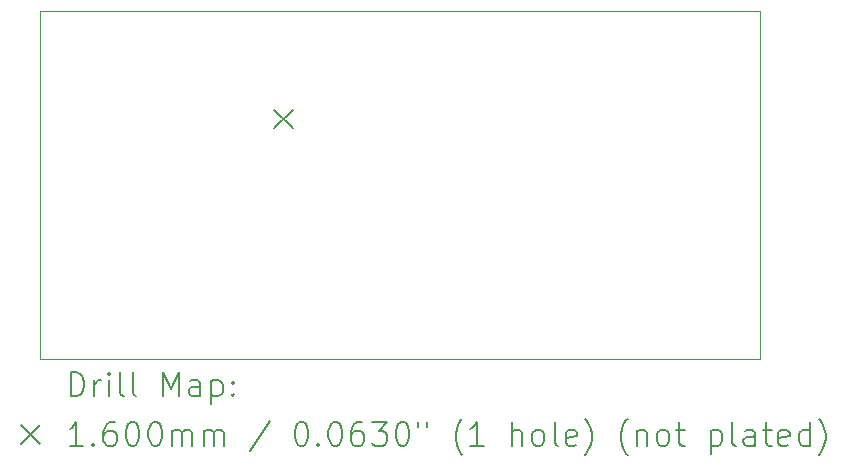
<source format=gbr>
%TF.GenerationSoftware,KiCad,Pcbnew,8.0.2*%
%TF.CreationDate,2024-06-13T18:35:17+05:30*%
%TF.ProjectId,FAC,4641432e-6b69-4636-9164-5f7063625858,rev?*%
%TF.SameCoordinates,Original*%
%TF.FileFunction,Drillmap*%
%TF.FilePolarity,Positive*%
%FSLAX45Y45*%
G04 Gerber Fmt 4.5, Leading zero omitted, Abs format (unit mm)*
G04 Created by KiCad (PCBNEW 8.0.2) date 2024-06-13 18:35:17*
%MOMM*%
%LPD*%
G01*
G04 APERTURE LIST*
%ADD10C,0.050000*%
%ADD11C,0.200000*%
%ADD12C,0.160000*%
G04 APERTURE END LIST*
D10*
X12585700Y-7620000D02*
X18681700Y-7620000D01*
X18681700Y-10566400D01*
X12585700Y-10566400D01*
X12585700Y-7620000D01*
D11*
D12*
X14563100Y-8454400D02*
X14723100Y-8614400D01*
X14723100Y-8454400D02*
X14563100Y-8614400D01*
D11*
X12843977Y-10880384D02*
X12843977Y-10680384D01*
X12843977Y-10680384D02*
X12891596Y-10680384D01*
X12891596Y-10680384D02*
X12920167Y-10689908D01*
X12920167Y-10689908D02*
X12939215Y-10708955D01*
X12939215Y-10708955D02*
X12948739Y-10728003D01*
X12948739Y-10728003D02*
X12958262Y-10766098D01*
X12958262Y-10766098D02*
X12958262Y-10794670D01*
X12958262Y-10794670D02*
X12948739Y-10832765D01*
X12948739Y-10832765D02*
X12939215Y-10851812D01*
X12939215Y-10851812D02*
X12920167Y-10870860D01*
X12920167Y-10870860D02*
X12891596Y-10880384D01*
X12891596Y-10880384D02*
X12843977Y-10880384D01*
X13043977Y-10880384D02*
X13043977Y-10747050D01*
X13043977Y-10785146D02*
X13053501Y-10766098D01*
X13053501Y-10766098D02*
X13063024Y-10756574D01*
X13063024Y-10756574D02*
X13082072Y-10747050D01*
X13082072Y-10747050D02*
X13101120Y-10747050D01*
X13167786Y-10880384D02*
X13167786Y-10747050D01*
X13167786Y-10680384D02*
X13158262Y-10689908D01*
X13158262Y-10689908D02*
X13167786Y-10699431D01*
X13167786Y-10699431D02*
X13177310Y-10689908D01*
X13177310Y-10689908D02*
X13167786Y-10680384D01*
X13167786Y-10680384D02*
X13167786Y-10699431D01*
X13291596Y-10880384D02*
X13272548Y-10870860D01*
X13272548Y-10870860D02*
X13263024Y-10851812D01*
X13263024Y-10851812D02*
X13263024Y-10680384D01*
X13396358Y-10880384D02*
X13377310Y-10870860D01*
X13377310Y-10870860D02*
X13367786Y-10851812D01*
X13367786Y-10851812D02*
X13367786Y-10680384D01*
X13624929Y-10880384D02*
X13624929Y-10680384D01*
X13624929Y-10680384D02*
X13691596Y-10823241D01*
X13691596Y-10823241D02*
X13758262Y-10680384D01*
X13758262Y-10680384D02*
X13758262Y-10880384D01*
X13939215Y-10880384D02*
X13939215Y-10775622D01*
X13939215Y-10775622D02*
X13929691Y-10756574D01*
X13929691Y-10756574D02*
X13910643Y-10747050D01*
X13910643Y-10747050D02*
X13872548Y-10747050D01*
X13872548Y-10747050D02*
X13853501Y-10756574D01*
X13939215Y-10870860D02*
X13920167Y-10880384D01*
X13920167Y-10880384D02*
X13872548Y-10880384D01*
X13872548Y-10880384D02*
X13853501Y-10870860D01*
X13853501Y-10870860D02*
X13843977Y-10851812D01*
X13843977Y-10851812D02*
X13843977Y-10832765D01*
X13843977Y-10832765D02*
X13853501Y-10813717D01*
X13853501Y-10813717D02*
X13872548Y-10804193D01*
X13872548Y-10804193D02*
X13920167Y-10804193D01*
X13920167Y-10804193D02*
X13939215Y-10794670D01*
X14034453Y-10747050D02*
X14034453Y-10947050D01*
X14034453Y-10756574D02*
X14053501Y-10747050D01*
X14053501Y-10747050D02*
X14091596Y-10747050D01*
X14091596Y-10747050D02*
X14110643Y-10756574D01*
X14110643Y-10756574D02*
X14120167Y-10766098D01*
X14120167Y-10766098D02*
X14129691Y-10785146D01*
X14129691Y-10785146D02*
X14129691Y-10842289D01*
X14129691Y-10842289D02*
X14120167Y-10861336D01*
X14120167Y-10861336D02*
X14110643Y-10870860D01*
X14110643Y-10870860D02*
X14091596Y-10880384D01*
X14091596Y-10880384D02*
X14053501Y-10880384D01*
X14053501Y-10880384D02*
X14034453Y-10870860D01*
X14215405Y-10861336D02*
X14224929Y-10870860D01*
X14224929Y-10870860D02*
X14215405Y-10880384D01*
X14215405Y-10880384D02*
X14205882Y-10870860D01*
X14205882Y-10870860D02*
X14215405Y-10861336D01*
X14215405Y-10861336D02*
X14215405Y-10880384D01*
X14215405Y-10756574D02*
X14224929Y-10766098D01*
X14224929Y-10766098D02*
X14215405Y-10775622D01*
X14215405Y-10775622D02*
X14205882Y-10766098D01*
X14205882Y-10766098D02*
X14215405Y-10756574D01*
X14215405Y-10756574D02*
X14215405Y-10775622D01*
D12*
X12423200Y-11128900D02*
X12583200Y-11288900D01*
X12583200Y-11128900D02*
X12423200Y-11288900D01*
D11*
X12948739Y-11300384D02*
X12834453Y-11300384D01*
X12891596Y-11300384D02*
X12891596Y-11100384D01*
X12891596Y-11100384D02*
X12872548Y-11128955D01*
X12872548Y-11128955D02*
X12853501Y-11148003D01*
X12853501Y-11148003D02*
X12834453Y-11157527D01*
X13034453Y-11281336D02*
X13043977Y-11290860D01*
X13043977Y-11290860D02*
X13034453Y-11300384D01*
X13034453Y-11300384D02*
X13024929Y-11290860D01*
X13024929Y-11290860D02*
X13034453Y-11281336D01*
X13034453Y-11281336D02*
X13034453Y-11300384D01*
X13215405Y-11100384D02*
X13177310Y-11100384D01*
X13177310Y-11100384D02*
X13158262Y-11109908D01*
X13158262Y-11109908D02*
X13148739Y-11119431D01*
X13148739Y-11119431D02*
X13129691Y-11148003D01*
X13129691Y-11148003D02*
X13120167Y-11186098D01*
X13120167Y-11186098D02*
X13120167Y-11262288D01*
X13120167Y-11262288D02*
X13129691Y-11281336D01*
X13129691Y-11281336D02*
X13139215Y-11290860D01*
X13139215Y-11290860D02*
X13158262Y-11300384D01*
X13158262Y-11300384D02*
X13196358Y-11300384D01*
X13196358Y-11300384D02*
X13215405Y-11290860D01*
X13215405Y-11290860D02*
X13224929Y-11281336D01*
X13224929Y-11281336D02*
X13234453Y-11262288D01*
X13234453Y-11262288D02*
X13234453Y-11214669D01*
X13234453Y-11214669D02*
X13224929Y-11195622D01*
X13224929Y-11195622D02*
X13215405Y-11186098D01*
X13215405Y-11186098D02*
X13196358Y-11176574D01*
X13196358Y-11176574D02*
X13158262Y-11176574D01*
X13158262Y-11176574D02*
X13139215Y-11186098D01*
X13139215Y-11186098D02*
X13129691Y-11195622D01*
X13129691Y-11195622D02*
X13120167Y-11214669D01*
X13358262Y-11100384D02*
X13377310Y-11100384D01*
X13377310Y-11100384D02*
X13396358Y-11109908D01*
X13396358Y-11109908D02*
X13405882Y-11119431D01*
X13405882Y-11119431D02*
X13415405Y-11138479D01*
X13415405Y-11138479D02*
X13424929Y-11176574D01*
X13424929Y-11176574D02*
X13424929Y-11224193D01*
X13424929Y-11224193D02*
X13415405Y-11262288D01*
X13415405Y-11262288D02*
X13405882Y-11281336D01*
X13405882Y-11281336D02*
X13396358Y-11290860D01*
X13396358Y-11290860D02*
X13377310Y-11300384D01*
X13377310Y-11300384D02*
X13358262Y-11300384D01*
X13358262Y-11300384D02*
X13339215Y-11290860D01*
X13339215Y-11290860D02*
X13329691Y-11281336D01*
X13329691Y-11281336D02*
X13320167Y-11262288D01*
X13320167Y-11262288D02*
X13310643Y-11224193D01*
X13310643Y-11224193D02*
X13310643Y-11176574D01*
X13310643Y-11176574D02*
X13320167Y-11138479D01*
X13320167Y-11138479D02*
X13329691Y-11119431D01*
X13329691Y-11119431D02*
X13339215Y-11109908D01*
X13339215Y-11109908D02*
X13358262Y-11100384D01*
X13548739Y-11100384D02*
X13567786Y-11100384D01*
X13567786Y-11100384D02*
X13586834Y-11109908D01*
X13586834Y-11109908D02*
X13596358Y-11119431D01*
X13596358Y-11119431D02*
X13605882Y-11138479D01*
X13605882Y-11138479D02*
X13615405Y-11176574D01*
X13615405Y-11176574D02*
X13615405Y-11224193D01*
X13615405Y-11224193D02*
X13605882Y-11262288D01*
X13605882Y-11262288D02*
X13596358Y-11281336D01*
X13596358Y-11281336D02*
X13586834Y-11290860D01*
X13586834Y-11290860D02*
X13567786Y-11300384D01*
X13567786Y-11300384D02*
X13548739Y-11300384D01*
X13548739Y-11300384D02*
X13529691Y-11290860D01*
X13529691Y-11290860D02*
X13520167Y-11281336D01*
X13520167Y-11281336D02*
X13510643Y-11262288D01*
X13510643Y-11262288D02*
X13501120Y-11224193D01*
X13501120Y-11224193D02*
X13501120Y-11176574D01*
X13501120Y-11176574D02*
X13510643Y-11138479D01*
X13510643Y-11138479D02*
X13520167Y-11119431D01*
X13520167Y-11119431D02*
X13529691Y-11109908D01*
X13529691Y-11109908D02*
X13548739Y-11100384D01*
X13701120Y-11300384D02*
X13701120Y-11167050D01*
X13701120Y-11186098D02*
X13710643Y-11176574D01*
X13710643Y-11176574D02*
X13729691Y-11167050D01*
X13729691Y-11167050D02*
X13758263Y-11167050D01*
X13758263Y-11167050D02*
X13777310Y-11176574D01*
X13777310Y-11176574D02*
X13786834Y-11195622D01*
X13786834Y-11195622D02*
X13786834Y-11300384D01*
X13786834Y-11195622D02*
X13796358Y-11176574D01*
X13796358Y-11176574D02*
X13815405Y-11167050D01*
X13815405Y-11167050D02*
X13843977Y-11167050D01*
X13843977Y-11167050D02*
X13863024Y-11176574D01*
X13863024Y-11176574D02*
X13872548Y-11195622D01*
X13872548Y-11195622D02*
X13872548Y-11300384D01*
X13967786Y-11300384D02*
X13967786Y-11167050D01*
X13967786Y-11186098D02*
X13977310Y-11176574D01*
X13977310Y-11176574D02*
X13996358Y-11167050D01*
X13996358Y-11167050D02*
X14024929Y-11167050D01*
X14024929Y-11167050D02*
X14043977Y-11176574D01*
X14043977Y-11176574D02*
X14053501Y-11195622D01*
X14053501Y-11195622D02*
X14053501Y-11300384D01*
X14053501Y-11195622D02*
X14063024Y-11176574D01*
X14063024Y-11176574D02*
X14082072Y-11167050D01*
X14082072Y-11167050D02*
X14110643Y-11167050D01*
X14110643Y-11167050D02*
X14129691Y-11176574D01*
X14129691Y-11176574D02*
X14139215Y-11195622D01*
X14139215Y-11195622D02*
X14139215Y-11300384D01*
X14529691Y-11090860D02*
X14358263Y-11348003D01*
X14786834Y-11100384D02*
X14805882Y-11100384D01*
X14805882Y-11100384D02*
X14824929Y-11109908D01*
X14824929Y-11109908D02*
X14834453Y-11119431D01*
X14834453Y-11119431D02*
X14843977Y-11138479D01*
X14843977Y-11138479D02*
X14853501Y-11176574D01*
X14853501Y-11176574D02*
X14853501Y-11224193D01*
X14853501Y-11224193D02*
X14843977Y-11262288D01*
X14843977Y-11262288D02*
X14834453Y-11281336D01*
X14834453Y-11281336D02*
X14824929Y-11290860D01*
X14824929Y-11290860D02*
X14805882Y-11300384D01*
X14805882Y-11300384D02*
X14786834Y-11300384D01*
X14786834Y-11300384D02*
X14767786Y-11290860D01*
X14767786Y-11290860D02*
X14758263Y-11281336D01*
X14758263Y-11281336D02*
X14748739Y-11262288D01*
X14748739Y-11262288D02*
X14739215Y-11224193D01*
X14739215Y-11224193D02*
X14739215Y-11176574D01*
X14739215Y-11176574D02*
X14748739Y-11138479D01*
X14748739Y-11138479D02*
X14758263Y-11119431D01*
X14758263Y-11119431D02*
X14767786Y-11109908D01*
X14767786Y-11109908D02*
X14786834Y-11100384D01*
X14939215Y-11281336D02*
X14948739Y-11290860D01*
X14948739Y-11290860D02*
X14939215Y-11300384D01*
X14939215Y-11300384D02*
X14929691Y-11290860D01*
X14929691Y-11290860D02*
X14939215Y-11281336D01*
X14939215Y-11281336D02*
X14939215Y-11300384D01*
X15072548Y-11100384D02*
X15091596Y-11100384D01*
X15091596Y-11100384D02*
X15110644Y-11109908D01*
X15110644Y-11109908D02*
X15120167Y-11119431D01*
X15120167Y-11119431D02*
X15129691Y-11138479D01*
X15129691Y-11138479D02*
X15139215Y-11176574D01*
X15139215Y-11176574D02*
X15139215Y-11224193D01*
X15139215Y-11224193D02*
X15129691Y-11262288D01*
X15129691Y-11262288D02*
X15120167Y-11281336D01*
X15120167Y-11281336D02*
X15110644Y-11290860D01*
X15110644Y-11290860D02*
X15091596Y-11300384D01*
X15091596Y-11300384D02*
X15072548Y-11300384D01*
X15072548Y-11300384D02*
X15053501Y-11290860D01*
X15053501Y-11290860D02*
X15043977Y-11281336D01*
X15043977Y-11281336D02*
X15034453Y-11262288D01*
X15034453Y-11262288D02*
X15024929Y-11224193D01*
X15024929Y-11224193D02*
X15024929Y-11176574D01*
X15024929Y-11176574D02*
X15034453Y-11138479D01*
X15034453Y-11138479D02*
X15043977Y-11119431D01*
X15043977Y-11119431D02*
X15053501Y-11109908D01*
X15053501Y-11109908D02*
X15072548Y-11100384D01*
X15310644Y-11100384D02*
X15272548Y-11100384D01*
X15272548Y-11100384D02*
X15253501Y-11109908D01*
X15253501Y-11109908D02*
X15243977Y-11119431D01*
X15243977Y-11119431D02*
X15224929Y-11148003D01*
X15224929Y-11148003D02*
X15215406Y-11186098D01*
X15215406Y-11186098D02*
X15215406Y-11262288D01*
X15215406Y-11262288D02*
X15224929Y-11281336D01*
X15224929Y-11281336D02*
X15234453Y-11290860D01*
X15234453Y-11290860D02*
X15253501Y-11300384D01*
X15253501Y-11300384D02*
X15291596Y-11300384D01*
X15291596Y-11300384D02*
X15310644Y-11290860D01*
X15310644Y-11290860D02*
X15320167Y-11281336D01*
X15320167Y-11281336D02*
X15329691Y-11262288D01*
X15329691Y-11262288D02*
X15329691Y-11214669D01*
X15329691Y-11214669D02*
X15320167Y-11195622D01*
X15320167Y-11195622D02*
X15310644Y-11186098D01*
X15310644Y-11186098D02*
X15291596Y-11176574D01*
X15291596Y-11176574D02*
X15253501Y-11176574D01*
X15253501Y-11176574D02*
X15234453Y-11186098D01*
X15234453Y-11186098D02*
X15224929Y-11195622D01*
X15224929Y-11195622D02*
X15215406Y-11214669D01*
X15396358Y-11100384D02*
X15520167Y-11100384D01*
X15520167Y-11100384D02*
X15453501Y-11176574D01*
X15453501Y-11176574D02*
X15482072Y-11176574D01*
X15482072Y-11176574D02*
X15501120Y-11186098D01*
X15501120Y-11186098D02*
X15510644Y-11195622D01*
X15510644Y-11195622D02*
X15520167Y-11214669D01*
X15520167Y-11214669D02*
X15520167Y-11262288D01*
X15520167Y-11262288D02*
X15510644Y-11281336D01*
X15510644Y-11281336D02*
X15501120Y-11290860D01*
X15501120Y-11290860D02*
X15482072Y-11300384D01*
X15482072Y-11300384D02*
X15424929Y-11300384D01*
X15424929Y-11300384D02*
X15405882Y-11290860D01*
X15405882Y-11290860D02*
X15396358Y-11281336D01*
X15643977Y-11100384D02*
X15663025Y-11100384D01*
X15663025Y-11100384D02*
X15682072Y-11109908D01*
X15682072Y-11109908D02*
X15691596Y-11119431D01*
X15691596Y-11119431D02*
X15701120Y-11138479D01*
X15701120Y-11138479D02*
X15710644Y-11176574D01*
X15710644Y-11176574D02*
X15710644Y-11224193D01*
X15710644Y-11224193D02*
X15701120Y-11262288D01*
X15701120Y-11262288D02*
X15691596Y-11281336D01*
X15691596Y-11281336D02*
X15682072Y-11290860D01*
X15682072Y-11290860D02*
X15663025Y-11300384D01*
X15663025Y-11300384D02*
X15643977Y-11300384D01*
X15643977Y-11300384D02*
X15624929Y-11290860D01*
X15624929Y-11290860D02*
X15615406Y-11281336D01*
X15615406Y-11281336D02*
X15605882Y-11262288D01*
X15605882Y-11262288D02*
X15596358Y-11224193D01*
X15596358Y-11224193D02*
X15596358Y-11176574D01*
X15596358Y-11176574D02*
X15605882Y-11138479D01*
X15605882Y-11138479D02*
X15615406Y-11119431D01*
X15615406Y-11119431D02*
X15624929Y-11109908D01*
X15624929Y-11109908D02*
X15643977Y-11100384D01*
X15786834Y-11100384D02*
X15786834Y-11138479D01*
X15863025Y-11100384D02*
X15863025Y-11138479D01*
X16158263Y-11376574D02*
X16148739Y-11367050D01*
X16148739Y-11367050D02*
X16129691Y-11338479D01*
X16129691Y-11338479D02*
X16120168Y-11319431D01*
X16120168Y-11319431D02*
X16110644Y-11290860D01*
X16110644Y-11290860D02*
X16101120Y-11243241D01*
X16101120Y-11243241D02*
X16101120Y-11205146D01*
X16101120Y-11205146D02*
X16110644Y-11157527D01*
X16110644Y-11157527D02*
X16120168Y-11128955D01*
X16120168Y-11128955D02*
X16129691Y-11109908D01*
X16129691Y-11109908D02*
X16148739Y-11081336D01*
X16148739Y-11081336D02*
X16158263Y-11071812D01*
X16339215Y-11300384D02*
X16224929Y-11300384D01*
X16282072Y-11300384D02*
X16282072Y-11100384D01*
X16282072Y-11100384D02*
X16263025Y-11128955D01*
X16263025Y-11128955D02*
X16243977Y-11148003D01*
X16243977Y-11148003D02*
X16224929Y-11157527D01*
X16577310Y-11300384D02*
X16577310Y-11100384D01*
X16663025Y-11300384D02*
X16663025Y-11195622D01*
X16663025Y-11195622D02*
X16653501Y-11176574D01*
X16653501Y-11176574D02*
X16634453Y-11167050D01*
X16634453Y-11167050D02*
X16605882Y-11167050D01*
X16605882Y-11167050D02*
X16586834Y-11176574D01*
X16586834Y-11176574D02*
X16577310Y-11186098D01*
X16786834Y-11300384D02*
X16767787Y-11290860D01*
X16767787Y-11290860D02*
X16758263Y-11281336D01*
X16758263Y-11281336D02*
X16748739Y-11262288D01*
X16748739Y-11262288D02*
X16748739Y-11205146D01*
X16748739Y-11205146D02*
X16758263Y-11186098D01*
X16758263Y-11186098D02*
X16767787Y-11176574D01*
X16767787Y-11176574D02*
X16786834Y-11167050D01*
X16786834Y-11167050D02*
X16815406Y-11167050D01*
X16815406Y-11167050D02*
X16834453Y-11176574D01*
X16834453Y-11176574D02*
X16843977Y-11186098D01*
X16843977Y-11186098D02*
X16853501Y-11205146D01*
X16853501Y-11205146D02*
X16853501Y-11262288D01*
X16853501Y-11262288D02*
X16843977Y-11281336D01*
X16843977Y-11281336D02*
X16834453Y-11290860D01*
X16834453Y-11290860D02*
X16815406Y-11300384D01*
X16815406Y-11300384D02*
X16786834Y-11300384D01*
X16967787Y-11300384D02*
X16948739Y-11290860D01*
X16948739Y-11290860D02*
X16939215Y-11271812D01*
X16939215Y-11271812D02*
X16939215Y-11100384D01*
X17120168Y-11290860D02*
X17101120Y-11300384D01*
X17101120Y-11300384D02*
X17063025Y-11300384D01*
X17063025Y-11300384D02*
X17043977Y-11290860D01*
X17043977Y-11290860D02*
X17034453Y-11271812D01*
X17034453Y-11271812D02*
X17034453Y-11195622D01*
X17034453Y-11195622D02*
X17043977Y-11176574D01*
X17043977Y-11176574D02*
X17063025Y-11167050D01*
X17063025Y-11167050D02*
X17101120Y-11167050D01*
X17101120Y-11167050D02*
X17120168Y-11176574D01*
X17120168Y-11176574D02*
X17129692Y-11195622D01*
X17129692Y-11195622D02*
X17129692Y-11214669D01*
X17129692Y-11214669D02*
X17034453Y-11233717D01*
X17196358Y-11376574D02*
X17205882Y-11367050D01*
X17205882Y-11367050D02*
X17224930Y-11338479D01*
X17224930Y-11338479D02*
X17234453Y-11319431D01*
X17234453Y-11319431D02*
X17243977Y-11290860D01*
X17243977Y-11290860D02*
X17253501Y-11243241D01*
X17253501Y-11243241D02*
X17253501Y-11205146D01*
X17253501Y-11205146D02*
X17243977Y-11157527D01*
X17243977Y-11157527D02*
X17234453Y-11128955D01*
X17234453Y-11128955D02*
X17224930Y-11109908D01*
X17224930Y-11109908D02*
X17205882Y-11081336D01*
X17205882Y-11081336D02*
X17196358Y-11071812D01*
X17558263Y-11376574D02*
X17548739Y-11367050D01*
X17548739Y-11367050D02*
X17529692Y-11338479D01*
X17529692Y-11338479D02*
X17520168Y-11319431D01*
X17520168Y-11319431D02*
X17510644Y-11290860D01*
X17510644Y-11290860D02*
X17501120Y-11243241D01*
X17501120Y-11243241D02*
X17501120Y-11205146D01*
X17501120Y-11205146D02*
X17510644Y-11157527D01*
X17510644Y-11157527D02*
X17520168Y-11128955D01*
X17520168Y-11128955D02*
X17529692Y-11109908D01*
X17529692Y-11109908D02*
X17548739Y-11081336D01*
X17548739Y-11081336D02*
X17558263Y-11071812D01*
X17634453Y-11167050D02*
X17634453Y-11300384D01*
X17634453Y-11186098D02*
X17643977Y-11176574D01*
X17643977Y-11176574D02*
X17663025Y-11167050D01*
X17663025Y-11167050D02*
X17691596Y-11167050D01*
X17691596Y-11167050D02*
X17710644Y-11176574D01*
X17710644Y-11176574D02*
X17720168Y-11195622D01*
X17720168Y-11195622D02*
X17720168Y-11300384D01*
X17843977Y-11300384D02*
X17824930Y-11290860D01*
X17824930Y-11290860D02*
X17815406Y-11281336D01*
X17815406Y-11281336D02*
X17805882Y-11262288D01*
X17805882Y-11262288D02*
X17805882Y-11205146D01*
X17805882Y-11205146D02*
X17815406Y-11186098D01*
X17815406Y-11186098D02*
X17824930Y-11176574D01*
X17824930Y-11176574D02*
X17843977Y-11167050D01*
X17843977Y-11167050D02*
X17872549Y-11167050D01*
X17872549Y-11167050D02*
X17891596Y-11176574D01*
X17891596Y-11176574D02*
X17901120Y-11186098D01*
X17901120Y-11186098D02*
X17910644Y-11205146D01*
X17910644Y-11205146D02*
X17910644Y-11262288D01*
X17910644Y-11262288D02*
X17901120Y-11281336D01*
X17901120Y-11281336D02*
X17891596Y-11290860D01*
X17891596Y-11290860D02*
X17872549Y-11300384D01*
X17872549Y-11300384D02*
X17843977Y-11300384D01*
X17967787Y-11167050D02*
X18043977Y-11167050D01*
X17996358Y-11100384D02*
X17996358Y-11271812D01*
X17996358Y-11271812D02*
X18005882Y-11290860D01*
X18005882Y-11290860D02*
X18024930Y-11300384D01*
X18024930Y-11300384D02*
X18043977Y-11300384D01*
X18263025Y-11167050D02*
X18263025Y-11367050D01*
X18263025Y-11176574D02*
X18282073Y-11167050D01*
X18282073Y-11167050D02*
X18320168Y-11167050D01*
X18320168Y-11167050D02*
X18339215Y-11176574D01*
X18339215Y-11176574D02*
X18348739Y-11186098D01*
X18348739Y-11186098D02*
X18358263Y-11205146D01*
X18358263Y-11205146D02*
X18358263Y-11262288D01*
X18358263Y-11262288D02*
X18348739Y-11281336D01*
X18348739Y-11281336D02*
X18339215Y-11290860D01*
X18339215Y-11290860D02*
X18320168Y-11300384D01*
X18320168Y-11300384D02*
X18282073Y-11300384D01*
X18282073Y-11300384D02*
X18263025Y-11290860D01*
X18472549Y-11300384D02*
X18453501Y-11290860D01*
X18453501Y-11290860D02*
X18443977Y-11271812D01*
X18443977Y-11271812D02*
X18443977Y-11100384D01*
X18634454Y-11300384D02*
X18634454Y-11195622D01*
X18634454Y-11195622D02*
X18624930Y-11176574D01*
X18624930Y-11176574D02*
X18605882Y-11167050D01*
X18605882Y-11167050D02*
X18567787Y-11167050D01*
X18567787Y-11167050D02*
X18548739Y-11176574D01*
X18634454Y-11290860D02*
X18615406Y-11300384D01*
X18615406Y-11300384D02*
X18567787Y-11300384D01*
X18567787Y-11300384D02*
X18548739Y-11290860D01*
X18548739Y-11290860D02*
X18539215Y-11271812D01*
X18539215Y-11271812D02*
X18539215Y-11252765D01*
X18539215Y-11252765D02*
X18548739Y-11233717D01*
X18548739Y-11233717D02*
X18567787Y-11224193D01*
X18567787Y-11224193D02*
X18615406Y-11224193D01*
X18615406Y-11224193D02*
X18634454Y-11214669D01*
X18701120Y-11167050D02*
X18777311Y-11167050D01*
X18729692Y-11100384D02*
X18729692Y-11271812D01*
X18729692Y-11271812D02*
X18739215Y-11290860D01*
X18739215Y-11290860D02*
X18758263Y-11300384D01*
X18758263Y-11300384D02*
X18777311Y-11300384D01*
X18920168Y-11290860D02*
X18901120Y-11300384D01*
X18901120Y-11300384D02*
X18863025Y-11300384D01*
X18863025Y-11300384D02*
X18843977Y-11290860D01*
X18843977Y-11290860D02*
X18834454Y-11271812D01*
X18834454Y-11271812D02*
X18834454Y-11195622D01*
X18834454Y-11195622D02*
X18843977Y-11176574D01*
X18843977Y-11176574D02*
X18863025Y-11167050D01*
X18863025Y-11167050D02*
X18901120Y-11167050D01*
X18901120Y-11167050D02*
X18920168Y-11176574D01*
X18920168Y-11176574D02*
X18929692Y-11195622D01*
X18929692Y-11195622D02*
X18929692Y-11214669D01*
X18929692Y-11214669D02*
X18834454Y-11233717D01*
X19101120Y-11300384D02*
X19101120Y-11100384D01*
X19101120Y-11290860D02*
X19082073Y-11300384D01*
X19082073Y-11300384D02*
X19043977Y-11300384D01*
X19043977Y-11300384D02*
X19024930Y-11290860D01*
X19024930Y-11290860D02*
X19015406Y-11281336D01*
X19015406Y-11281336D02*
X19005882Y-11262288D01*
X19005882Y-11262288D02*
X19005882Y-11205146D01*
X19005882Y-11205146D02*
X19015406Y-11186098D01*
X19015406Y-11186098D02*
X19024930Y-11176574D01*
X19024930Y-11176574D02*
X19043977Y-11167050D01*
X19043977Y-11167050D02*
X19082073Y-11167050D01*
X19082073Y-11167050D02*
X19101120Y-11176574D01*
X19177311Y-11376574D02*
X19186835Y-11367050D01*
X19186835Y-11367050D02*
X19205882Y-11338479D01*
X19205882Y-11338479D02*
X19215406Y-11319431D01*
X19215406Y-11319431D02*
X19224930Y-11290860D01*
X19224930Y-11290860D02*
X19234454Y-11243241D01*
X19234454Y-11243241D02*
X19234454Y-11205146D01*
X19234454Y-11205146D02*
X19224930Y-11157527D01*
X19224930Y-11157527D02*
X19215406Y-11128955D01*
X19215406Y-11128955D02*
X19205882Y-11109908D01*
X19205882Y-11109908D02*
X19186835Y-11081336D01*
X19186835Y-11081336D02*
X19177311Y-11071812D01*
M02*

</source>
